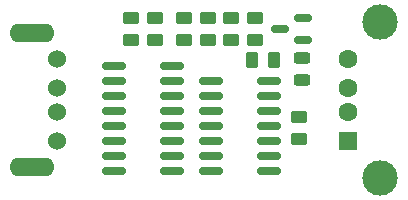
<source format=gbr>
%TF.GenerationSoftware,KiCad,Pcbnew,7.0.2*%
%TF.CreationDate,2023-05-26T00:25:00+02:00*%
%TF.ProjectId,usb-power-stick,7573622d-706f-4776-9572-2d737469636b,rev?*%
%TF.SameCoordinates,Original*%
%TF.FileFunction,Soldermask,Top*%
%TF.FilePolarity,Negative*%
%FSLAX46Y46*%
G04 Gerber Fmt 4.6, Leading zero omitted, Abs format (unit mm)*
G04 Created by KiCad (PCBNEW 7.0.2) date 2023-05-26 00:25:00*
%MOMM*%
%LPD*%
G01*
G04 APERTURE LIST*
G04 Aperture macros list*
%AMRoundRect*
0 Rectangle with rounded corners*
0 $1 Rounding radius*
0 $2 $3 $4 $5 $6 $7 $8 $9 X,Y pos of 4 corners*
0 Add a 4 corners polygon primitive as box body*
4,1,4,$2,$3,$4,$5,$6,$7,$8,$9,$2,$3,0*
0 Add four circle primitives for the rounded corners*
1,1,$1+$1,$2,$3*
1,1,$1+$1,$4,$5*
1,1,$1+$1,$6,$7*
1,1,$1+$1,$8,$9*
0 Add four rect primitives between the rounded corners*
20,1,$1+$1,$2,$3,$4,$5,0*
20,1,$1+$1,$4,$5,$6,$7,0*
20,1,$1+$1,$6,$7,$8,$9,0*
20,1,$1+$1,$8,$9,$2,$3,0*%
G04 Aperture macros list end*
%ADD10R,1.500000X1.600000*%
%ADD11C,1.600000*%
%ADD12C,3.000000*%
%ADD13RoundRect,0.250000X0.450000X-0.262500X0.450000X0.262500X-0.450000X0.262500X-0.450000X-0.262500X0*%
%ADD14RoundRect,0.250000X-0.450000X0.262500X-0.450000X-0.262500X0.450000X-0.262500X0.450000X0.262500X0*%
%ADD15RoundRect,0.243750X0.456250X-0.243750X0.456250X0.243750X-0.456250X0.243750X-0.456250X-0.243750X0*%
%ADD16C,0.001000*%
%ADD17C,1.524000*%
%ADD18O,3.800000X1.600000*%
%ADD19RoundRect,0.250000X-0.262500X-0.450000X0.262500X-0.450000X0.262500X0.450000X-0.262500X0.450000X0*%
%ADD20RoundRect,0.150000X-0.825000X-0.150000X0.825000X-0.150000X0.825000X0.150000X-0.825000X0.150000X0*%
%ADD21RoundRect,0.150000X0.587500X0.150000X-0.587500X0.150000X-0.587500X-0.150000X0.587500X-0.150000X0*%
G04 APERTURE END LIST*
D10*
%TO.C,J2*%
X153146000Y-115316000D03*
D11*
X153146000Y-112816000D03*
X153146000Y-110816000D03*
X153146000Y-108316000D03*
D12*
X155856000Y-118386000D03*
X155856000Y-105246000D03*
%TD*%
D13*
%TO.C,C2*%
X134747000Y-106703500D03*
X134747000Y-104878500D03*
%TD*%
D14*
%TO.C,C3*%
X148971000Y-113260500D03*
X148971000Y-115085500D03*
%TD*%
D13*
%TO.C,R3*%
X145282500Y-106703500D03*
X145282500Y-104878500D03*
%TD*%
D14*
%TO.C,C4*%
X139192000Y-104878500D03*
X139192000Y-106703500D03*
%TD*%
D15*
%TO.C,D1*%
X149225000Y-110157500D03*
X149225000Y-108282500D03*
%TD*%
D16*
%TO.C,J1*%
X126375000Y-109566000D03*
X126375000Y-114066000D03*
D17*
X128475000Y-115316000D03*
X128475000Y-112816000D03*
X128475000Y-110816000D03*
X128475000Y-108316000D03*
D18*
X126375000Y-106116000D03*
X126375000Y-117516000D03*
%TD*%
D13*
%TO.C,R2*%
X143250500Y-106703500D03*
X143250500Y-104878500D03*
%TD*%
%TO.C,C1*%
X136779000Y-106703500D03*
X136779000Y-104878500D03*
%TD*%
D19*
%TO.C,R4*%
X145010500Y-108458000D03*
X146835500Y-108458000D03*
%TD*%
D13*
%TO.C,R1*%
X141224000Y-106703500D03*
X141224000Y-104878500D03*
%TD*%
D20*
%TO.C,U2*%
X141517000Y-110180000D03*
X141517000Y-111450000D03*
X141517000Y-112720000D03*
X141517000Y-113990000D03*
X141517000Y-115260000D03*
X141517000Y-116530000D03*
X141517000Y-117800000D03*
X146467000Y-117800000D03*
X146467000Y-116530000D03*
X146467000Y-115260000D03*
X146467000Y-113990000D03*
X146467000Y-112720000D03*
X146467000Y-111450000D03*
X146467000Y-110180000D03*
%TD*%
%TO.C,U1*%
X133288000Y-108966000D03*
X133288000Y-110236000D03*
X133288000Y-111506000D03*
X133288000Y-112776000D03*
X133288000Y-114046000D03*
X133288000Y-115316000D03*
X133288000Y-116586000D03*
X133288000Y-117856000D03*
X138238000Y-117856000D03*
X138238000Y-116586000D03*
X138238000Y-115316000D03*
X138238000Y-114046000D03*
X138238000Y-112776000D03*
X138238000Y-111506000D03*
X138238000Y-110236000D03*
X138238000Y-108966000D03*
%TD*%
D21*
%TO.C,Q1*%
X149273500Y-106741000D03*
X149273500Y-104841000D03*
X147398500Y-105791000D03*
%TD*%
M02*

</source>
